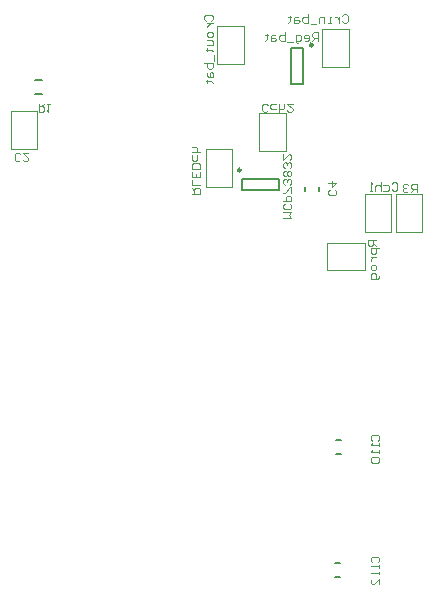
<source format=gbo>
%FSLAX25Y25*%
%MOIN*%
G70*
G01*
G75*
G04 Layer_Color=32896*
%ADD10C,0.01969*%
%ADD11C,0.01000*%
%ADD12R,0.05512X0.03543*%
%ADD13R,0.03543X0.05512*%
%ADD14R,0.04016X0.07008*%
%ADD15R,0.06693X0.03150*%
%ADD16R,0.02756X0.03543*%
%ADD17R,0.05512X0.03150*%
%ADD18O,0.03740X0.00906*%
%ADD19R,0.03740X0.00906*%
%ADD20R,0.00906X0.03740*%
%ADD21R,0.09843X0.09843*%
%ADD22R,0.02756X0.02165*%
%ADD23R,0.12795X0.05118*%
%ADD24R,0.07087X0.01772*%
%ADD25R,0.05709X0.07874*%
%ADD26R,0.03543X0.02756*%
%ADD27R,0.04724X0.04331*%
%ADD28O,0.01181X0.06890*%
%ADD29O,0.06890X0.01181*%
G04:AMPARAMS|DCode=30|XSize=60mil|YSize=40mil|CornerRadius=19.8mil|HoleSize=0mil|Usage=FLASHONLY|Rotation=270.000|XOffset=0mil|YOffset=0mil|HoleType=Round|Shape=RoundedRectangle|*
%AMROUNDEDRECTD30*
21,1,0.06000,0.00040,0,0,270.0*
21,1,0.02040,0.04000,0,0,270.0*
1,1,0.03960,-0.00020,-0.01020*
1,1,0.03960,-0.00020,0.01020*
1,1,0.03960,0.00020,0.01020*
1,1,0.03960,0.00020,-0.01020*
%
%ADD30ROUNDEDRECTD30*%
G04:AMPARAMS|DCode=31|XSize=60mil|YSize=40mil|CornerRadius=19.8mil|HoleSize=0mil|Usage=FLASHONLY|Rotation=180.000|XOffset=0mil|YOffset=0mil|HoleType=Round|Shape=RoundedRectangle|*
%AMROUNDEDRECTD31*
21,1,0.06000,0.00040,0,0,180.0*
21,1,0.02040,0.04000,0,0,180.0*
1,1,0.03960,-0.01020,0.00020*
1,1,0.03960,0.01020,0.00020*
1,1,0.03960,0.01020,-0.00020*
1,1,0.03960,-0.01020,-0.00020*
%
%ADD31ROUNDEDRECTD31*%
%ADD32C,0.00787*%
%ADD33C,0.01500*%
%ADD34C,0.05906*%
%ADD35R,0.05906X0.05906*%
%ADD36C,0.20000*%
%ADD37C,0.20031*%
%ADD38O,0.04724X0.03150*%
%ADD39O,0.05118X0.03150*%
%ADD40C,0.05118*%
%ADD41C,0.09843*%
%ADD42C,0.06693*%
%ADD43R,0.05906X0.05906*%
%ADD44C,0.05000*%
%ADD45C,0.01969*%
%ADD46C,0.04000*%
%ADD47C,0.07543*%
%ADD48C,0.15799*%
%ADD49O,0.08331X0.06756*%
%ADD50O,0.08724X0.06756*%
%ADD51C,0.06756*%
%ADD52C,0.10299*%
%ADD53C,0.08724*%
%ADD54R,0.02362X0.03740*%
%ADD55R,0.07008X0.04016*%
%ADD56R,0.03150X0.05512*%
%ADD57R,0.03740X0.02362*%
%ADD58C,0.00984*%
%ADD59C,0.02362*%
%ADD60C,0.02000*%
%ADD61C,0.00197*%
%ADD62C,0.00394*%
%ADD63C,0.00591*%
%ADD64C,0.01600*%
%ADD65C,0.00500*%
%ADD66R,0.06312X0.04343*%
%ADD67R,0.04343X0.06312*%
%ADD68R,0.04816X0.07808*%
%ADD69R,0.07493X0.03950*%
%ADD70R,0.03556X0.04343*%
%ADD71R,0.06312X0.03950*%
%ADD72O,0.04540X0.01706*%
%ADD73R,0.04540X0.01706*%
%ADD74R,0.01706X0.04540*%
%ADD75R,0.10642X0.10642*%
%ADD76R,0.03556X0.02965*%
%ADD77R,0.13595X0.05918*%
%ADD78R,0.07887X0.02572*%
%ADD79R,0.06509X0.08674*%
%ADD80R,0.04343X0.03556*%
%ADD81R,0.05524X0.05131*%
%ADD82O,0.01981X0.07690*%
%ADD83O,0.07690X0.01981*%
G04:AMPARAMS|DCode=84|XSize=68mil|YSize=48mil|CornerRadius=23.8mil|HoleSize=0mil|Usage=FLASHONLY|Rotation=270.000|XOffset=0mil|YOffset=0mil|HoleType=Round|Shape=RoundedRectangle|*
%AMROUNDEDRECTD84*
21,1,0.06800,0.00040,0,0,270.0*
21,1,0.02040,0.04800,0,0,270.0*
1,1,0.04760,-0.00020,-0.01020*
1,1,0.04760,-0.00020,0.01020*
1,1,0.04760,0.00020,0.01020*
1,1,0.04760,0.00020,-0.01020*
%
%ADD84ROUNDEDRECTD84*%
G04:AMPARAMS|DCode=85|XSize=68mil|YSize=48mil|CornerRadius=23.8mil|HoleSize=0mil|Usage=FLASHONLY|Rotation=180.000|XOffset=0mil|YOffset=0mil|HoleType=Round|Shape=RoundedRectangle|*
%AMROUNDEDRECTD85*
21,1,0.06800,0.00040,0,0,180.0*
21,1,0.02040,0.04800,0,0,180.0*
1,1,0.04760,-0.01020,0.00020*
1,1,0.04760,0.01020,0.00020*
1,1,0.04760,0.01020,-0.00020*
1,1,0.04760,-0.01020,-0.00020*
%
%ADD85ROUNDEDRECTD85*%
%ADD86C,0.06706*%
%ADD87R,0.06706X0.06706*%
%ADD88C,0.20800*%
%ADD89C,0.20832*%
%ADD90O,0.05524X0.03950*%
%ADD91O,0.05918X0.03950*%
%ADD92C,0.05918*%
%ADD93C,0.10642*%
%ADD94C,0.07493*%
%ADD95R,0.06706X0.06706*%
%ADD96C,0.05800*%
%ADD97C,0.02769*%
%ADD98R,0.03162X0.04540*%
%ADD99R,0.07808X0.04816*%
%ADD100R,0.03950X0.06312*%
%ADD101R,0.04540X0.03162*%
D32*
X425398Y537531D02*
X437602D01*
X425398Y541468D02*
X437602D01*
Y537531D02*
Y541468D01*
X425398Y537531D02*
Y541468D01*
X446138Y537213D02*
Y538787D01*
X450862Y537213D02*
Y538787D01*
X456713Y454362D02*
X458287D01*
X456713Y449638D02*
X458287D01*
X456213Y408638D02*
X457787D01*
X456213Y413362D02*
X457787D01*
X356319Y574362D02*
X358681D01*
X356319Y569638D02*
X358681D01*
X441532Y572898D02*
Y585102D01*
X445469Y572898D02*
Y585102D01*
X441532Y572898D02*
X445469D01*
X441532Y585102D02*
X445469D01*
D58*
X424905Y544323D02*
G03*
X424905Y544323I-492J0D01*
G01*
X448815Y586087D02*
G03*
X448815Y586087I-492J0D01*
G01*
D61*
X466130Y523700D02*
Y536400D01*
Y523700D02*
X474909D01*
X466130Y536400D02*
X474909D01*
Y523700D02*
Y536400D01*
X439870Y550600D02*
Y563300D01*
X431090D02*
X439870D01*
X431090Y550600D02*
X439870D01*
X431090D02*
Y563300D01*
X453700Y519870D02*
X466400D01*
X453700Y511091D02*
Y519870D01*
X466400Y511091D02*
Y519870D01*
X453700Y511091D02*
X466400D01*
X413130Y538700D02*
Y551400D01*
Y538700D02*
X421910D01*
X413130Y551400D02*
X421910D01*
Y538700D02*
Y551400D01*
X425870Y579600D02*
Y592300D01*
X417091D02*
X425870D01*
X417091Y579600D02*
X425870D01*
X417091D02*
Y592300D01*
X485370Y523600D02*
Y536300D01*
X476590D02*
X485370D01*
X476590Y523600D02*
X485370D01*
X476590D02*
Y536300D01*
X460870Y578600D02*
Y591300D01*
X452091D02*
X460870D01*
X452091Y578600D02*
X460870D01*
X452091D02*
Y591300D01*
X348130Y551200D02*
Y563900D01*
Y551200D02*
X356909D01*
X348130Y563900D02*
X356909D01*
Y551200D02*
Y563900D01*
D62*
X351337Y547804D02*
X350877Y547345D01*
X349959D01*
X349500Y547804D01*
Y549641D01*
X349959Y550100D01*
X350877D01*
X351337Y549641D01*
X354092Y550100D02*
X352255D01*
X354092Y548263D01*
Y547804D01*
X353632Y547345D01*
X352714D01*
X352255Y547804D01*
X456296Y537837D02*
X456755Y537378D01*
Y536459D01*
X456296Y536000D01*
X454459D01*
X454000Y536459D01*
Y537378D01*
X454459Y537837D01*
X454000Y540133D02*
X456755D01*
X455377Y538755D01*
Y540592D01*
X468704Y454163D02*
X468245Y454623D01*
Y455541D01*
X468704Y456000D01*
X470541D01*
X471000Y455541D01*
Y454623D01*
X470541Y454163D01*
X471000Y453245D02*
Y452327D01*
Y452786D01*
X468245D01*
X468704Y453245D01*
X471000Y450949D02*
Y450031D01*
Y450490D01*
X468245D01*
X468704Y450949D01*
Y448653D02*
X468245Y448194D01*
Y447276D01*
X468704Y446817D01*
X470541D01*
X471000Y447276D01*
Y448194D01*
X470541Y448653D01*
X468704D01*
Y413663D02*
X468245Y414122D01*
Y415041D01*
X468704Y415500D01*
X470541D01*
X471000Y415041D01*
Y414122D01*
X470541Y413663D01*
X471000Y412745D02*
Y411827D01*
Y412286D01*
X468245D01*
X468704Y412745D01*
X471000Y410449D02*
Y409531D01*
Y409990D01*
X468245D01*
X468704Y410449D01*
X471000Y406317D02*
Y408153D01*
X469163Y406317D01*
X468704D01*
X468245Y406776D01*
Y407694D01*
X468704Y408153D01*
X475163Y539796D02*
X475623Y540255D01*
X476541D01*
X477000Y539796D01*
Y537959D01*
X476541Y537500D01*
X475623D01*
X475163Y537959D01*
X472408Y539337D02*
X473786D01*
X474245Y538877D01*
Y537959D01*
X473786Y537500D01*
X472408D01*
X471490Y540255D02*
Y537500D01*
Y538877D01*
X471031Y539337D01*
X470112D01*
X469653Y538877D01*
Y537500D01*
X468735D02*
X467817D01*
X468276D01*
Y540255D01*
X468735Y539796D01*
X433837Y564204D02*
X433378Y563745D01*
X432459D01*
X432000Y564204D01*
Y566041D01*
X432459Y566500D01*
X433378D01*
X433837Y566041D01*
X436592Y564663D02*
X435214D01*
X434755Y565123D01*
Y566041D01*
X435214Y566500D01*
X436592D01*
X437510Y563745D02*
Y566500D01*
Y565123D01*
X437969Y564663D01*
X438888D01*
X439347Y565123D01*
Y566500D01*
X442102D02*
X440265D01*
X442102Y564663D01*
Y564204D01*
X441643Y563745D01*
X440724D01*
X440265Y564204D01*
X458663Y595796D02*
X459123Y596255D01*
X460041D01*
X460500Y595796D01*
Y593959D01*
X460041Y593500D01*
X459123D01*
X458663Y593959D01*
X457745Y595337D02*
Y593500D01*
Y594418D01*
X457286Y594877D01*
X456827Y595337D01*
X456367D01*
X454990Y593500D02*
X454072D01*
X454531D01*
Y595337D01*
X454990D01*
X452694Y593500D02*
Y595337D01*
X451317D01*
X450857Y594877D01*
Y593500D01*
X449939Y593041D02*
X448102D01*
X447184Y596255D02*
Y593500D01*
X445807D01*
X445347Y593959D01*
Y594418D01*
Y594877D01*
X445807Y595337D01*
X447184D01*
X443970D02*
X443051D01*
X442592Y594877D01*
Y593500D01*
X443970D01*
X444429Y593959D01*
X443970Y594418D01*
X442592D01*
X441215Y595796D02*
Y595337D01*
X441674D01*
X440756D01*
X441215D01*
Y593959D01*
X440756Y593500D01*
X413204Y594163D02*
X412745Y594623D01*
Y595541D01*
X413204Y596000D01*
X415041D01*
X415500Y595541D01*
Y594623D01*
X415041Y594163D01*
X413663Y593245D02*
X415500D01*
X414582D01*
X414122Y592786D01*
X413663Y592327D01*
Y591867D01*
X415500Y590031D02*
Y589112D01*
X415041Y588653D01*
X414122D01*
X413663Y589112D01*
Y590031D01*
X414122Y590490D01*
X415041D01*
X415500Y590031D01*
X413663Y587735D02*
X415041D01*
X415500Y587276D01*
Y585898D01*
X413663D01*
X413204Y584521D02*
X413663D01*
Y584980D01*
Y584062D01*
Y584521D01*
X415041D01*
X415500Y584062D01*
X415959Y582684D02*
Y580847D01*
X412745Y579929D02*
X415500D01*
Y578551D01*
X415041Y578092D01*
X414582D01*
X414122D01*
X413663Y578551D01*
Y579929D01*
Y576715D02*
Y575797D01*
X414122Y575337D01*
X415500D01*
Y576715D01*
X415041Y577174D01*
X414582Y576715D01*
Y575337D01*
X413204Y573960D02*
X413663D01*
Y574419D01*
Y573501D01*
Y573960D01*
X415041D01*
X415500Y573501D01*
X439000Y528500D02*
X441755D01*
X440837Y529418D01*
X441755Y530337D01*
X439000D01*
X441296Y533092D02*
X441755Y532632D01*
Y531714D01*
X441296Y531255D01*
X439459D01*
X439000Y531714D01*
Y532632D01*
X439459Y533092D01*
X439000Y534010D02*
X441755D01*
Y535388D01*
X441296Y535847D01*
X440378D01*
X439918Y535388D01*
Y534010D01*
X441755Y536765D02*
Y538602D01*
X441296D01*
X439459Y536765D01*
X439000D01*
X441296Y539520D02*
X441755Y539979D01*
Y540898D01*
X441296Y541357D01*
X440837D01*
X440378Y540898D01*
Y540438D01*
Y540898D01*
X439918Y541357D01*
X439459D01*
X439000Y540898D01*
Y539979D01*
X439459Y539520D01*
X441296Y542275D02*
X441755Y542734D01*
Y543653D01*
X441296Y544112D01*
X440837D01*
X440378Y543653D01*
X439918Y544112D01*
X439459D01*
X439000Y543653D01*
Y542734D01*
X439459Y542275D01*
X439918D01*
X440378Y542734D01*
X440837Y542275D01*
X441296D01*
X440378Y542734D02*
Y543653D01*
X441296Y545030D02*
X441755Y545489D01*
Y546408D01*
X441296Y546867D01*
X440837D01*
X440378Y546408D01*
Y545949D01*
Y546408D01*
X439918Y546867D01*
X439459D01*
X439000Y546408D01*
Y545489D01*
X439459Y545030D01*
X439000Y549622D02*
Y547785D01*
X440837Y549622D01*
X441296D01*
X441755Y549163D01*
Y548244D01*
X441296Y547785D01*
X357500Y566500D02*
Y563745D01*
X358877D01*
X359337Y564204D01*
Y565123D01*
X358877Y565582D01*
X357500D01*
X358418D02*
X359337Y566500D01*
X360255D02*
X361173D01*
X360714D01*
Y563745D01*
X360255Y564204D01*
X483500Y537000D02*
Y539755D01*
X482123D01*
X481663Y539296D01*
Y538378D01*
X482123Y537918D01*
X483500D01*
X482582D02*
X481663Y537000D01*
X480745Y539296D02*
X480286Y539755D01*
X479367D01*
X478908Y539296D01*
Y538837D01*
X479367Y538378D01*
X479827D01*
X479367D01*
X478908Y537918D01*
Y537459D01*
X479367Y537000D01*
X480286D01*
X480745Y537459D01*
X450500Y587500D02*
Y590255D01*
X449122D01*
X448663Y589796D01*
Y588877D01*
X449122Y588418D01*
X450500D01*
X449582D02*
X448663Y587500D01*
X446368D02*
X447286D01*
X447745Y587959D01*
Y588877D01*
X447286Y589337D01*
X446368D01*
X445908Y588877D01*
Y588418D01*
X447745D01*
X444072Y586582D02*
X443612D01*
X443153Y587041D01*
Y589337D01*
X444531D01*
X444990Y588877D01*
Y587959D01*
X444531Y587500D01*
X443153D01*
X442235Y587041D02*
X440398D01*
X439480Y590255D02*
Y587500D01*
X438102D01*
X437643Y587959D01*
Y588418D01*
Y588877D01*
X438102Y589337D01*
X439480D01*
X436266D02*
X435347D01*
X434888Y588877D01*
Y587500D01*
X436266D01*
X436725Y587959D01*
X436266Y588418D01*
X434888D01*
X433511Y589796D02*
Y589337D01*
X433970D01*
X433051D01*
X433511D01*
Y587959D01*
X433051Y587500D01*
X408500Y536500D02*
X411255D01*
Y537878D01*
X410796Y538337D01*
X409877D01*
X409418Y537878D01*
Y536500D01*
Y537418D02*
X408500Y538337D01*
X411255Y539255D02*
X408500D01*
Y541092D01*
X411255Y543847D02*
Y542010D01*
X408500D01*
Y543847D01*
X409877Y542010D02*
Y542928D01*
X411255Y544765D02*
X408500D01*
Y546143D01*
X408959Y546602D01*
X410796D01*
X411255Y546143D01*
Y544765D01*
X410337Y549357D02*
Y547979D01*
X409877Y547520D01*
X408959D01*
X408500Y547979D01*
Y549357D01*
X411255Y550275D02*
X408500D01*
X409877D01*
X410337Y550734D01*
Y551653D01*
X409877Y552112D01*
X408500D01*
X470000Y521000D02*
X467245D01*
Y519623D01*
X467704Y519163D01*
X468622D01*
X469082Y519623D01*
Y521000D01*
Y520082D02*
X470000Y519163D01*
X470918Y518245D02*
X468163D01*
Y516867D01*
X468622Y516408D01*
X469541D01*
X470000Y516867D01*
Y518245D01*
X468163Y515490D02*
X470000D01*
X469082D01*
X468622Y515031D01*
X468163Y514572D01*
Y514112D01*
X470000Y512276D02*
Y511357D01*
X469541Y510898D01*
X468622D01*
X468163Y511357D01*
Y512276D01*
X468622Y512735D01*
X469541D01*
X470000Y512276D01*
X470918Y509062D02*
Y508602D01*
X470459Y508143D01*
X468163D01*
Y509521D01*
X468622Y509980D01*
X469541D01*
X470000Y509521D01*
Y508143D01*
M02*

</source>
